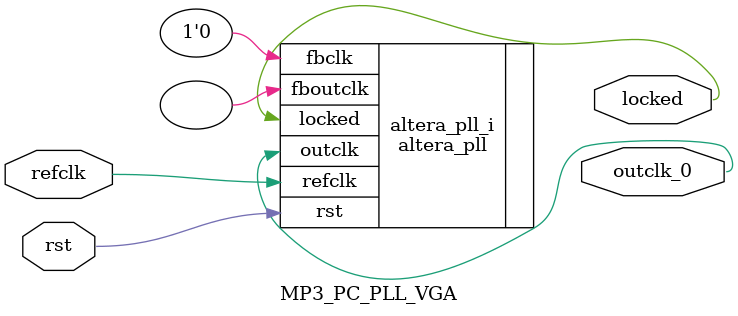
<source format=v>
`timescale 1ns/10ps
module  MP3_PC_PLL_VGA(

	// interface 'refclk'
	input wire refclk,

	// interface 'reset'
	input wire rst,

	// interface 'outclk0'
	output wire outclk_0,

	// interface 'locked'
	output wire locked
);

	altera_pll #(
		.fractional_vco_multiplier("false"),
		.reference_clock_frequency("50.0 MHz"),
		.operation_mode("direct"),
		.number_of_clocks(1),
		.output_clock_frequency0("25.000000 MHz"),
		.phase_shift0("0 ps"),
		.duty_cycle0(50),
		.output_clock_frequency1("0 MHz"),
		.phase_shift1("0 ps"),
		.duty_cycle1(50),
		.output_clock_frequency2("0 MHz"),
		.phase_shift2("0 ps"),
		.duty_cycle2(50),
		.output_clock_frequency3("0 MHz"),
		.phase_shift3("0 ps"),
		.duty_cycle3(50),
		.output_clock_frequency4("0 MHz"),
		.phase_shift4("0 ps"),
		.duty_cycle4(50),
		.output_clock_frequency5("0 MHz"),
		.phase_shift5("0 ps"),
		.duty_cycle5(50),
		.output_clock_frequency6("0 MHz"),
		.phase_shift6("0 ps"),
		.duty_cycle6(50),
		.output_clock_frequency7("0 MHz"),
		.phase_shift7("0 ps"),
		.duty_cycle7(50),
		.output_clock_frequency8("0 MHz"),
		.phase_shift8("0 ps"),
		.duty_cycle8(50),
		.output_clock_frequency9("0 MHz"),
		.phase_shift9("0 ps"),
		.duty_cycle9(50),
		.output_clock_frequency10("0 MHz"),
		.phase_shift10("0 ps"),
		.duty_cycle10(50),
		.output_clock_frequency11("0 MHz"),
		.phase_shift11("0 ps"),
		.duty_cycle11(50),
		.output_clock_frequency12("0 MHz"),
		.phase_shift12("0 ps"),
		.duty_cycle12(50),
		.output_clock_frequency13("0 MHz"),
		.phase_shift13("0 ps"),
		.duty_cycle13(50),
		.output_clock_frequency14("0 MHz"),
		.phase_shift14("0 ps"),
		.duty_cycle14(50),
		.output_clock_frequency15("0 MHz"),
		.phase_shift15("0 ps"),
		.duty_cycle15(50),
		.output_clock_frequency16("0 MHz"),
		.phase_shift16("0 ps"),
		.duty_cycle16(50),
		.output_clock_frequency17("0 MHz"),
		.phase_shift17("0 ps"),
		.duty_cycle17(50),
		.pll_type("General"),
		.pll_subtype("General")
	) altera_pll_i (
		.rst	(rst),
		.outclk	({outclk_0}),
		.locked	(locked),
		.fboutclk	( ),
		.fbclk	(1'b0),
		.refclk	(refclk)
	);
endmodule


</source>
